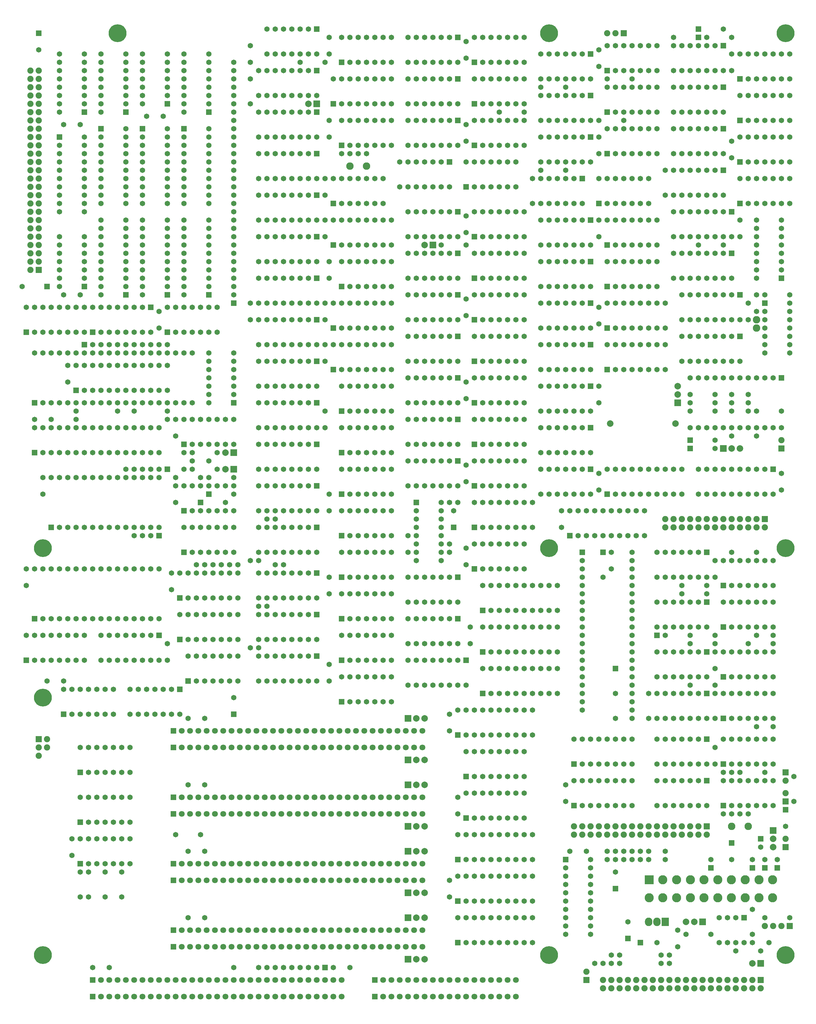
<source format=gbs>
G04*
G04  File:            MAINBOARD-V10.6.8.GBS, Wed Sep 24 18:35:48 2025*
G04  Source:          P-CAD 2006 PCB, Version 19.02.958, (D:\PCAD-2006\Projects\Pentagon-4096\Hardware\MainBoard-v10.6.8.PCB)*
G04  Format:          Gerber Format (RS-274-D), ASCII*
G04*
G04  Format Options:  Absolute Positioning*
G04                   Leading-Zero Suppression*
G04                   Scale Factor 1:1*
G04                   NO Circular Interpolation*
G04                   Inch Units*
G04                   Numeric Format: 4.4 (XXXX.XXXX)*
G04                   G54 NOT Used for Aperture Change*
G04                   Apertures Embedded*
G04*
G04  File Options:    Offset = (0.0mil,0.0mil)*
G04                   Drill Symbol Size = 80.0mil*
G04                   No Pad/Via Holes*
G04*
G04  File Contents:   Pads*
G04                   No Vias*
G04                   No Designators*
G04                   No Types*
G04                   No Values*
G04                   No Drill Symbols*
G04                   Bot Mask*
G04*
%INMAINBOARD-V10.6.8.GBS*%
%ICAS*%
%MOIN*%
G04*
G04  Aperture MACROs for general use --- invoked via D-code assignment *
G04*
G04  General MACRO for flashed round with rotation and/or offset hole *
%AMROTOFFROUND*
1,1,$1,0.0000,0.0000*
1,0,$2,$3,$4*%
G04*
G04  General MACRO for flashed oval (obround) with rotation and/or offset hole *
%AMROTOFFOVAL*
21,1,$1,$2,0.0000,0.0000,$3*
1,1,$4,$5,$6*
1,1,$4,0-$5,0-$6*
1,0,$7,$8,$9*%
G04*
G04  General MACRO for flashed oval (obround) with rotation and no hole *
%AMROTOVALNOHOLE*
21,1,$1,$2,0.0000,0.0000,$3*
1,1,$4,$5,$6*
1,1,$4,0-$5,0-$6*%
G04*
G04  General MACRO for flashed rectangle with rotation and/or offset hole *
%AMROTOFFRECT*
21,1,$1,$2,0.0000,0.0000,$3*
1,0,$4,$5,$6*%
G04*
G04  General MACRO for flashed rectangle with rotation and no hole *
%AMROTRECTNOHOLE*
21,1,$1,$2,0.0000,0.0000,$3*%
G04*
G04  General MACRO for flashed rounded-rectangle *
%AMROUNDRECT*
21,1,$1,$2-$4,0.0000,0.0000,$3*
21,1,$1-$4,$2,0.0000,0.0000,$3*
1,1,$4,$5,$6*
1,1,$4,$7,$8*
1,1,$4,0-$5,0-$6*
1,1,$4,0-$7,0-$8*
1,0,$9,$10,$11*%
G04*
G04  General MACRO for flashed rounded-rectangle with rotation and no hole *
%AMROUNDRECTNOHOLE*
21,1,$1,$2-$4,0.0000,0.0000,$3*
21,1,$1-$4,$2,0.0000,0.0000,$3*
1,1,$4,$5,$6*
1,1,$4,$7,$8*
1,1,$4,0-$5,0-$6*
1,1,$4,0-$7,0-$8*%
G04*
G04  General MACRO for flashed regular polygon *
%AMREGPOLY*
5,1,$1,0.0000,0.0000,$2,$3+$4*
1,0,$5,$6,$7*%
G04*
G04  General MACRO for flashed regular polygon with no hole *
%AMREGPOLYNOHOLE*
5,1,$1,0.0000,0.0000,$2,$3+$4*%
G04*
G04  General MACRO for target *
%AMTARGET*
6,0,0,$1,$2,$3,4,$4,$5,$6*%
G04*
G04  General MACRO for mounting hole *
%AMMTHOLE*
1,1,$1,0,0*
1,0,$2,0,0*
$1=$1-$2*
$1=$1/2*
21,1,$2+$1,$3,0,0,$4*
21,1,$3,$2+$1,0,0,$4*%
G04*
G04*
G04  D10 : "Ellipse X8.0mil Y8.0mil H0.0mil 0.0deg (0.0mil,0.0mil) Draw"*
G04  Disc: OuterDia=0.0080*
%ADD10C, 0.0080*%
G04  D11 : "Ellipse X10.0mil Y10.0mil H0.0mil 0.0deg (0.0mil,0.0mil) Draw"*
G04  Disc: OuterDia=0.0100*
%ADD11C, 0.0100*%
G04  D12 : "Ellipse X15.0mil Y15.0mil H0.0mil 0.0deg (0.0mil,0.0mil) Draw"*
G04  Disc: OuterDia=0.0150*
%ADD12C, 0.0150*%
G04  D13 : "Ellipse X25.0mil Y25.0mil H0.0mil 0.0deg (0.0mil,0.0mil) Draw"*
G04  Disc: OuterDia=0.0250*
%ADD13C, 0.0250*%
G04  D14 : "Ellipse X30.0mil Y30.0mil H0.0mil 0.0deg (0.0mil,0.0mil) Draw"*
G04  Disc: OuterDia=0.0300*
%ADD14C, 0.0300*%
G04  D15 : "Ellipse X40.0mil Y40.0mil H0.0mil 0.0deg (0.0mil,0.0mil) Draw"*
G04  Disc: OuterDia=0.0400*
%ADD15C, 0.0400*%
G04  D16 : "Ellipse X5.0mil Y5.0mil H0.0mil 0.0deg (0.0mil,0.0mil) Draw"*
G04  Disc: OuterDia=0.0050*
%ADD16C, 0.0050*%
G04  D17 : "Ellipse X6.0mil Y6.0mil H0.0mil 0.0deg (0.0mil,0.0mil) Draw"*
G04  Disc: OuterDia=0.0060*
%ADD17C, 0.0060*%
G04  D18 : "Ellipse X9.8mil Y9.8mil H0.0mil 0.0deg (0.0mil,0.0mil) Draw"*
G04  Disc: OuterDia=0.0098*
%ADD18C, 0.0098*%
G04  D19 : "Ellipse X110.0mil Y110.0mil H0.0mil 0.0deg (0.0mil,0.0mil) Flash"*
G04  Disc: OuterDia=0.1100*
%ADD19C, 0.1100*%
G04  D20 : "Ellipse X200.0mil Y200.0mil H0.0mil 0.0deg (0.0mil,0.0mil) Flash"*
G04  Disc: OuterDia=0.2000*
%ADD20C, 0.2000*%
G04  D21 : "Ellipse X215.0mil Y215.0mil H0.0mil 0.0deg (0.0mil,0.0mil) Flash"*
G04  Disc: OuterDia=0.2150*
%ADD21C, 0.2150*%
G04  D22 : "Ellipse X50.0mil Y50.0mil H0.0mil 0.0deg (0.0mil,0.0mil) Flash"*
G04  Disc: OuterDia=0.0500*
%ADD22C, 0.0500*%
G04  D23 : "Ellipse X56.0mil Y56.0mil H0.0mil 0.0deg (0.0mil,0.0mil) Flash"*
G04  Disc: OuterDia=0.0560*
%ADD23C, 0.0560*%
G04  D24 : "Ellipse X60.0mil Y60.0mil H0.0mil 0.0deg (0.0mil,0.0mil) Flash"*
G04  Disc: OuterDia=0.0600*
%ADD24C, 0.0600*%
G04  D25 : "Ellipse X64.0mil Y64.0mil H0.0mil 0.0deg (0.0mil,0.0mil) Flash"*
G04  Disc: OuterDia=0.0640*
%ADD25C, 0.0640*%
G04  D26 : "Ellipse X65.0mil Y65.0mil H0.0mil 0.0deg (0.0mil,0.0mil) Flash"*
G04  Disc: OuterDia=0.0650*
%ADD26C, 0.0650*%
G04  D27 : "Ellipse X71.0mil Y71.0mil H0.0mil 0.0deg (0.0mil,0.0mil) Flash"*
G04  Disc: OuterDia=0.0710*
%ADD27C, 0.0710*%
G04  D28 : "Ellipse X75.0mil Y75.0mil H0.0mil 0.0deg (0.0mil,0.0mil) Flash"*
G04  Disc: OuterDia=0.0750*
%ADD28C, 0.0750*%
G04  D29 : "Ellipse X79.0mil Y79.0mil H0.0mil 0.0deg (0.0mil,0.0mil) Flash"*
G04  Disc: OuterDia=0.0790*
%ADD29C, 0.0790*%
G04  D30 : "Ellipse X90.0mil Y90.0mil H0.0mil 0.0deg (0.0mil,0.0mil) Flash"*
G04  Disc: OuterDia=0.0900*
%ADD30C, 0.0900*%
G04  D31 : "Ellipse X95.0mil Y95.0mil H0.0mil 0.0deg (0.0mil,0.0mil) Flash"*
G04  Disc: OuterDia=0.0950*
%ADD31C, 0.0950*%
G04  D32 : "Oval X75.0mil Y87.0mil H0.0mil 0.0deg (0.0mil,0.0mil) Flash"*
G04  Obround: DimX=0.0750, DimY=0.0870, Rotation=0.0, OffsetX=0.0000, OffsetY=0.0000, HoleDia=0.0000 *
%ADD32O, 0.0750 X0.0870*%
G04  D33 : "Oval X90.0mil Y102.0mil H0.0mil 0.0deg (0.0mil,0.0mil) Flash"*
G04  Obround: DimX=0.0900, DimY=0.1020, Rotation=0.0, OffsetX=0.0000, OffsetY=0.0000, HoleDia=0.0000 *
%ADD33O, 0.0900 X0.1020*%
G04  D34 : "Rectangle X110.0mil Y110.0mil H0.0mil 0.0deg (0.0mil,0.0mil) Flash"*
G04  Square: Side=0.1100, Rotation=0.0, OffsetX=0.0000, OffsetY=0.0000, HoleDia=0.0000*
%ADD34R, 0.1100 X0.1100*%
G04  D35 : "Rectangle X50.0mil Y50.0mil H0.0mil 0.0deg (0.0mil,0.0mil) Flash"*
G04  Square: Side=0.0500, Rotation=0.0, OffsetX=0.0000, OffsetY=0.0000, HoleDia=0.0000*
%ADD35R, 0.0500 X0.0500*%
G04  D36 : "Rectangle X56.0mil Y56.0mil H0.0mil 0.0deg (0.0mil,0.0mil) Flash"*
G04  Square: Side=0.0560, Rotation=0.0, OffsetX=0.0000, OffsetY=0.0000, HoleDia=0.0000*
%ADD36R, 0.0560 X0.0560*%
G04  D37 : "Rectangle X60.0mil Y60.0mil H0.0mil 0.0deg (0.0mil,0.0mil) Flash"*
G04  Square: Side=0.0600, Rotation=0.0, OffsetX=0.0000, OffsetY=0.0000, HoleDia=0.0000*
%ADD37R, 0.0600 X0.0600*%
G04  D38 : "Rectangle X64.0mil Y64.0mil H0.0mil 0.0deg (0.0mil,0.0mil) Flash"*
G04  Square: Side=0.0640, Rotation=0.0, OffsetX=0.0000, OffsetY=0.0000, HoleDia=0.0000*
%ADD38R, 0.0640 X0.0640*%
G04  D39 : "Rectangle X65.0mil Y65.0mil H0.0mil 0.0deg (0.0mil,0.0mil) Flash"*
G04  Square: Side=0.0650, Rotation=0.0, OffsetX=0.0000, OffsetY=0.0000, HoleDia=0.0000*
%ADD39R, 0.0650 X0.0650*%
G04  D40 : "Rectangle X71.0mil Y71.0mil H0.0mil 0.0deg (0.0mil,0.0mil) Flash"*
G04  Square: Side=0.0710, Rotation=0.0, OffsetX=0.0000, OffsetY=0.0000, HoleDia=0.0000*
%ADD40R, 0.0710 X0.0710*%
G04  D41 : "Rectangle X75.0mil Y75.0mil H0.0mil 0.0deg (0.0mil,0.0mil) Flash"*
G04  Square: Side=0.0750, Rotation=0.0, OffsetX=0.0000, OffsetY=0.0000, HoleDia=0.0000*
%ADD41R, 0.0750 X0.0750*%
G04  D42 : "Rectangle X75.0mil Y87.0mil H0.0mil 0.0deg (0.0mil,0.0mil) Flash"*
G04  Rectangular: DimX=0.0750, DimY=0.0870, Rotation=0.0, OffsetX=0.0000, OffsetY=0.0000, HoleDia=0.0000 *
%ADD42R, 0.0750 X0.0870*%
G04  D43 : "Rectangle X79.0mil Y79.0mil H0.0mil 0.0deg (0.0mil,0.0mil) Flash"*
G04  Square: Side=0.0790, Rotation=0.0, OffsetX=0.0000, OffsetY=0.0000, HoleDia=0.0000*
%ADD43R, 0.0790 X0.0790*%
G04  D44 : "Rectangle X90.0mil Y102.0mil H0.0mil 0.0deg (0.0mil,0.0mil) Flash"*
G04  Rectangular: DimX=0.0900, DimY=0.1020, Rotation=0.0, OffsetX=0.0000, OffsetY=0.0000, HoleDia=0.0000 *
%ADD44R, 0.0900 X0.1020*%
G04  D45 : "Rectangle X95.0mil Y95.0mil H0.0mil 0.0deg (0.0mil,0.0mil) Flash"*
G04  Square: Side=0.0950, Rotation=0.0, OffsetX=0.0000, OffsetY=0.0000, HoleDia=0.0000*
%ADD45R, 0.0950 X0.0950*%
G04  D46 : "Ellipse X102.0mil Y102.0mil H0.0mil 0.0deg (0.0mil,0.0mil) Flash"*
G04  Disc: OuterDia=0.1020*
%ADD46C, 0.1020*%
G04  D47 : "Ellipse X118.0mil Y118.0mil H0.0mil 0.0deg (0.0mil,0.0mil) Flash"*
G04  Disc: OuterDia=0.1180*
%ADD47C, 0.1180*%
G04  D48 : "Ellipse X133.0mil Y133.0mil H0.0mil 0.0deg (0.0mil,0.0mil) Flash"*
G04  Disc: OuterDia=0.1330*
%ADD48C, 0.1330*%
G04  D49 : "Ellipse X20.0mil Y20.0mil H0.0mil 0.0deg (0.0mil,0.0mil) Flash"*
G04  Disc: OuterDia=0.0200*
%ADD49C, 0.0200*%
G04  D50 : "Ellipse X35.0mil Y35.0mil H0.0mil 0.0deg (0.0mil,0.0mil) Flash"*
G04  Disc: OuterDia=0.0350*
%ADD50C, 0.0350*%
G04  D51 : "Ellipse X55.0mil Y55.0mil H0.0mil 0.0deg (0.0mil,0.0mil) Flash"*
G04  Disc: OuterDia=0.0550*
%ADD51C, 0.0550*%
G04  D52 : "Ellipse X70.0mil Y70.0mil H0.0mil 0.0deg (0.0mil,0.0mil) Flash"*
G04  Disc: OuterDia=0.0700*
%ADD52C, 0.0700*%
G04  D53 : "Ellipse X87.0mil Y87.0mil H0.0mil 0.0deg (0.0mil,0.0mil) Flash"*
G04  Disc: OuterDia=0.0870*
%ADD53C, 0.0870*%
G04*
%FSLAX44Y44*%
%SFA1B1*%
%OFA0.0000B0.0000*%
G04*
G70*
G90*
G01*
D2*
%LNBot Mask*%
D26*
X154000Y123500D3*
Y125500D3*
X155000Y153500D3*
Y155500D3*
Y183500D3*
Y185500D3*
Y204500D3*
Y206500D3*
D21*
X193500Y106500D3*
Y217500D3*
D26*
X104000Y162000D3*
Y164000D3*
X107000Y175500D3*
Y177500D3*
X109500Y116500D3*
Y113500D3*
X108500Y116500D3*
Y113500D3*
X111500Y116500D3*
Y113500D3*
X119000Y144000D3*
Y142000D3*
X118000Y177500D3*
Y174500D3*
X119000Y172000D3*
Y171000D3*
Y177500D3*
Y174500D3*
X118000Y184000D3*
Y182000D3*
X121000Y167000D3*
Y165000D3*
X127500Y153500D3*
X126500D3*
X138500Y141500D3*
Y139500D3*
Y152000D3*
Y150000D3*
Y162000D3*
Y160000D3*
Y188000D3*
Y190000D3*
Y215000D3*
Y217000D3*
X148000Y155000D3*
Y157000D3*
X155000Y163500D3*
Y165500D3*
Y173500D3*
Y175500D3*
Y214500D3*
Y216500D3*
X167000Y125000D3*
Y127000D3*
X166500Y158000D3*
Y160000D3*
X172500Y105500D3*
Y106500D3*
X173000Y118000D3*
Y119000D3*
X172000D3*
Y118000D3*
D39*
X173000Y141000D3*
D26*
Y138000D3*
X172500Y155000D3*
Y153000D3*
X175000Y118000D3*
Y119000D3*
X176000Y118000D3*
Y119000D3*
X178500Y105500D3*
Y106500D3*
D39*
X184500Y117000D3*
D26*
Y118000D3*
X185000Y131500D3*
Y129500D3*
Y141000D3*
Y143000D3*
Y135000D3*
Y138000D3*
Y152000D3*
Y154000D3*
X187000Y202500D3*
Y204500D3*
Y213000D3*
Y215000D3*
D39*
X191000Y117000D3*
D26*
Y118000D3*
D39*
X190500Y120500D3*
D26*
Y119500D3*
X190000Y186000D3*
Y184000D3*
D39*
X193500Y124000D3*
D26*
Y122000D3*
D41*
Y128500D3*
D28*
Y127500D3*
D21*
Y155500D3*
D26*
X193000Y164500D3*
Y162500D3*
D39*
X110000Y181500D3*
D26*
Y184500D3*
X138500Y205000D3*
Y207000D3*
X155000Y193500D3*
Y195500D3*
X180500Y109500D3*
Y107500D3*
X188000Y195000D3*
Y193000D3*
X189500Y109000D3*
Y112000D3*
D41*
X193500Y119500D3*
D28*
Y120500D3*
D21*
X104000Y106500D3*
D26*
X104500Y139500D3*
X106500D3*
X119500Y150500D3*
Y152500D3*
X115000Y172000D3*
X113000D3*
X118500Y207500D3*
X116500D3*
D21*
X113000Y217500D3*
D26*
X131000Y148500D3*
X130000D3*
X124000Y164000D3*
X127000D3*
X122000Y166000D3*
X124000D3*
X122000Y167000D3*
X125000D3*
X142000Y203000D3*
X143000D3*
X140000D3*
X141000D3*
X135000Y214000D3*
X138000D3*
D29*
X150000Y119000D3*
D43*
X148000D3*
D29*
X149000D3*
X150000Y122000D3*
D43*
X148000D3*
D29*
X149000D3*
X150000Y127000D3*
D43*
X148000D3*
D29*
X149000D3*
X150000Y130000D3*
D43*
X148000D3*
D29*
X149000D3*
D21*
X165000Y106500D3*
D26*
X162000Y208000D3*
X159000D3*
X167000Y211000D3*
X164000D3*
D21*
X165000Y217500D3*
D39*
X174500Y108500D3*
D26*
Y110500D3*
D39*
X173000Y114500D3*
D26*
Y116500D3*
X179000Y119000D3*
Y118000D3*
D39*
X178000Y145000D3*
D26*
X179000D3*
X171000Y162500D3*
Y164500D3*
X172000Y212000D3*
X175000D3*
X171000Y213500D3*
Y215500D3*
X187500Y107000D3*
X190500D3*
D30*
X187000Y122000D3*
X189000D3*
D26*
X190000Y134000D3*
X192000D3*
X185000Y139000D3*
X182000D3*
X192000Y145000D3*
X190000D3*
X185000D3*
X182000D3*
X190000Y155000D3*
X187000D3*
Y169000D3*
X190000D3*
X187000Y172000D3*
X189000D3*
Y173000D3*
X187000D3*
X182000D3*
X185000D3*
Y172000D3*
X182000D3*
X187000Y217000D3*
X184000D3*
X107500Y118500D3*
Y120500D3*
D21*
X104000Y137500D3*
D26*
X102000Y151000D3*
Y153000D3*
D21*
X104000Y155500D3*
D26*
X105000Y171000D3*
X103000D3*
X108000Y172000D3*
Y171000D3*
X108500Y186000D3*
X106500D3*
D39*
X104500Y187000D3*
D26*
X101500D3*
X108500Y206500D3*
X106500D3*
X110000Y105000D3*
X112000D3*
X113500Y116500D3*
Y113500D3*
X116500Y138500D3*
X115500D3*
X118500D3*
X119500D3*
X115500Y135500D3*
X116500D3*
X119500D3*
X118500D3*
X117500Y138500D3*
X114500D3*
D39*
X120500D3*
D26*
X114500Y135500D3*
X117500D3*
X120500D3*
X120000Y161000D3*
Y163000D3*
X115000Y165000D3*
X114000D3*
X117000D3*
X118000D3*
X116000D3*
D39*
X119000D3*
D26*
Y180000D3*
X118000D3*
X114000Y215000D3*
Y212000D3*
Y213000D3*
Y210000D3*
Y209000D3*
X111000Y215000D3*
Y213000D3*
Y212000D3*
Y209000D3*
Y210000D3*
X114000Y211000D3*
Y214000D3*
D39*
Y208000D3*
D26*
X111000Y214000D3*
Y211000D3*
Y208000D3*
X119000Y213000D3*
Y214000D3*
Y211000D3*
Y210000D3*
X116000Y214000D3*
Y213000D3*
Y210000D3*
Y211000D3*
X119000Y212000D3*
Y215000D3*
D39*
Y209000D3*
D26*
X116000Y215000D3*
Y212000D3*
Y209000D3*
X130000Y105000D3*
X127000D3*
D39*
Y135500D3*
D26*
Y137500D3*
X130000Y143500D3*
X129000D3*
X123500Y153500D3*
X122500D3*
X125500D3*
X124500D3*
X130000Y154000D3*
X129000D3*
D29*
X126000Y167000D3*
D43*
X127000D3*
D29*
X126000Y165000D3*
D43*
X127000D3*
D26*
X122000D3*
X125000D3*
D39*
X124000Y162000D3*
D26*
X127000D3*
Y177000D3*
Y178000D3*
Y175000D3*
Y174000D3*
X124000Y178000D3*
Y177000D3*
Y174000D3*
Y175000D3*
X127000Y176000D3*
Y179000D3*
D39*
Y173000D3*
D26*
X124000Y179000D3*
Y176000D3*
Y173000D3*
X129000Y183000D3*
Y185000D3*
Y216000D3*
Y214000D3*
Y209000D3*
Y212000D3*
X141000Y105000D3*
X139000D3*
X138000Y178000D3*
Y180000D3*
Y172000D3*
Y170000D3*
Y183000D3*
Y185000D3*
D30*
X141000Y201500D3*
X143000D3*
D26*
X138000Y198000D3*
Y200000D3*
X153000Y113500D3*
Y115500D3*
X148000Y142000D3*
X151000D3*
X150000D3*
X153000D3*
X154000D3*
X148000Y139000D3*
X150000D3*
X151000D3*
X153000D3*
X154000D3*
X152000Y142000D3*
X149000D3*
D39*
X155000D3*
D26*
X149000Y139000D3*
X152000D3*
X155000D3*
D29*
X150000Y135000D3*
D43*
X148000D3*
D29*
X149000D3*
D26*
X150000Y152000D3*
X149000D3*
X152000D3*
X153000D3*
X149000Y149000D3*
X150000D3*
X153000D3*
X152000D3*
X151000Y152000D3*
X148000D3*
D39*
X154000D3*
D26*
X148000Y149000D3*
X151000D3*
X154000D3*
X153000Y155000D3*
Y156000D3*
D39*
X153500Y158000D3*
D26*
Y160000D3*
X154000Y161000D3*
X153000D3*
X150000Y166000D3*
X149000D3*
X152000D3*
X153000D3*
X149000Y163000D3*
X150000D3*
X153000D3*
X152000D3*
X151000Y166000D3*
X148000D3*
D39*
X154000D3*
D26*
X148000Y163000D3*
X151000D3*
X154000D3*
X150000Y176000D3*
X149000D3*
X152000D3*
X153000D3*
X149000Y173000D3*
X150000D3*
X153000D3*
X152000D3*
X151000Y176000D3*
X148000D3*
D39*
X154000D3*
D26*
X148000Y173000D3*
X151000D3*
X154000D3*
X152000Y192000D3*
X155000D3*
X150000Y186000D3*
X149000D3*
X152000D3*
X153000D3*
X149000Y183000D3*
X150000D3*
X153000D3*
X152000D3*
X151000Y186000D3*
X148000D3*
D39*
X154000D3*
D26*
X148000Y183000D3*
X151000D3*
X154000D3*
X150000Y191000D3*
X149000D3*
X152000D3*
X153000D3*
X149000Y188000D3*
X150000D3*
X153000D3*
X152000D3*
X151000Y191000D3*
X148000D3*
D39*
X154000D3*
D26*
X148000Y188000D3*
X151000D3*
X154000D3*
X149000Y202000D3*
X148000D3*
X151000D3*
X152000D3*
X148000Y199000D3*
X149000D3*
X152000D3*
X151000D3*
X150000Y202000D3*
X147000D3*
D39*
X153000D3*
D26*
X147000Y199000D3*
X150000D3*
X153000D3*
X150000Y212000D3*
X149000D3*
X152000D3*
X153000D3*
X149000Y209000D3*
X150000D3*
X153000D3*
X152000D3*
X151000Y212000D3*
X148000D3*
D39*
X154000D3*
D26*
X148000Y209000D3*
X151000D3*
X154000D3*
D21*
X165000Y155500D3*
D26*
X164000Y201000D3*
X167000D3*
D39*
X176000Y108000D3*
D26*
X178000D3*
X170500Y105500D3*
X171500D3*
X173500D3*
Y106500D3*
X179500Y105500D3*
Y106500D3*
X174000Y119000D3*
Y118000D3*
X177000D3*
Y119000D3*
X173000Y135000D3*
X175000D3*
D39*
X171500Y155000D3*
D26*
Y152000D3*
X171000Y173000D3*
Y175000D3*
X179000Y177000D3*
X176000D3*
X177000D3*
X174000D3*
X173000D3*
X179000Y180000D3*
X177000D3*
X176000D3*
X173000D3*
X174000D3*
X175000Y177000D3*
X178000D3*
D39*
X172000D3*
D26*
X178000Y180000D3*
X175000D3*
X172000D3*
D29*
X180500Y174000D3*
Y175000D3*
D43*
Y173000D3*
D26*
X179000Y182000D3*
X176000D3*
X177000D3*
X174000D3*
X173000D3*
X179000Y185000D3*
X177000D3*
X176000D3*
X173000D3*
X174000D3*
X175000Y182000D3*
X178000D3*
D39*
X172000D3*
D26*
X178000Y185000D3*
X175000D3*
X172000D3*
X176000Y187000D3*
X177000D3*
X174000D3*
X173000D3*
X177000Y190000D3*
X176000D3*
X173000D3*
X174000D3*
X175000Y187000D3*
X178000D3*
D39*
X172000D3*
D26*
X178000Y190000D3*
X175000D3*
X172000D3*
X171000Y182500D3*
Y184500D3*
Y203000D3*
Y205000D3*
X175000Y197000D3*
X176000D3*
X173000D3*
X172000D3*
X176000Y200000D3*
X175000D3*
X172000D3*
X173000D3*
X174000Y197000D3*
X177000D3*
D39*
X171000D3*
D26*
X177000Y200000D3*
X174000D3*
X171000D3*
X176000Y208000D3*
X177000D3*
X174000D3*
X173000D3*
X177000Y211000D3*
X176000D3*
X173000D3*
X174000D3*
X175000Y208000D3*
X178000D3*
D39*
X172000D3*
D26*
X178000Y211000D3*
X175000D3*
X172000D3*
X176000Y213000D3*
X177000D3*
X174000D3*
X173000D3*
X177000Y216000D3*
X176000D3*
X173000D3*
X174000D3*
X175000Y213000D3*
X178000D3*
D39*
X172000D3*
D26*
X178000Y216000D3*
X175000D3*
X172000D3*
X171000Y207000D3*
X174000D3*
X191500Y108000D3*
X189500D3*
D29*
Y105500D3*
D43*
X190500D3*
D39*
X187000Y120000D3*
D26*
Y118000D3*
D39*
X189500Y117000D3*
D26*
Y118000D3*
D39*
X192500Y117000D3*
D26*
Y118000D3*
X190000Y129500D3*
X191000D3*
X188000D3*
X187000D3*
X191000Y132500D3*
X190000D3*
X187000D3*
X188000D3*
X189000Y129500D3*
X192000D3*
D39*
X186000D3*
D26*
X192000Y132500D3*
X189000D3*
X186000D3*
X190000Y124500D3*
X191000D3*
X188000D3*
X187000D3*
X191000Y127500D3*
X190000D3*
X187000D3*
X188000D3*
X189000Y124500D3*
X192000D3*
D39*
X186000D3*
D26*
X192000Y127500D3*
X189000D3*
X186000D3*
Y123500D3*
X187000D3*
X188000D3*
X189000D3*
X191000Y128500D3*
X188000D3*
X187000D3*
X186000D3*
X190000Y140000D3*
X191000D3*
X188000D3*
X187000D3*
X191000Y143000D3*
X190000D3*
X187000D3*
X188000D3*
X189000Y140000D3*
X192000D3*
D39*
X186000D3*
D26*
X192000Y143000D3*
X189000D3*
X186000D3*
X190000Y135000D3*
X191000D3*
X188000D3*
X187000D3*
X191000Y138000D3*
X190000D3*
X187000D3*
X188000D3*
X189000Y135000D3*
X192000D3*
D39*
X186000D3*
D26*
X192000Y138000D3*
X189000D3*
X186000D3*
X192000Y144000D3*
X189000D3*
X185000D3*
X182000D3*
X190000Y151000D3*
X191000D3*
X188000D3*
X187000D3*
X191000Y154000D3*
X190000D3*
X187000D3*
X188000D3*
X189000Y151000D3*
X192000D3*
D39*
X186000D3*
D26*
X192000Y154000D3*
X189000D3*
X186000D3*
X190000Y146000D3*
X191000D3*
X188000D3*
X187000D3*
X191000Y149000D3*
X190000D3*
X187000D3*
X188000D3*
X189000Y146000D3*
X192000D3*
D39*
X186000D3*
D26*
X192000Y149000D3*
X189000D3*
X186000D3*
X184000Y165000D3*
X183000D3*
X187000D3*
X186000D3*
X190000D3*
X189000D3*
D39*
X192000D3*
D26*
X184000Y162000D3*
X183000D3*
X187000D3*
X186000D3*
X190000D3*
X189000D3*
X192000D3*
X185000Y165000D3*
X188000D3*
X191000D3*
X185000Y162000D3*
X188000D3*
X191000D3*
D39*
X182000Y167500D3*
D26*
X185000D3*
D29*
X188000D3*
D43*
X186000D3*
D29*
X187000D3*
D26*
X189000Y174000D3*
X187000D3*
X185000D3*
X182000D3*
X189000Y185000D3*
Y183000D3*
X183000Y192000D3*
X186000D3*
X194500Y125000D3*
Y128000D3*
D28*
X104500Y132500D3*
Y131500D3*
X103500Y130500D3*
D41*
Y132500D3*
D28*
Y131500D3*
D39*
Y217500D3*
D26*
Y215500D3*
X111000Y145000D3*
X114000D3*
X113000D3*
X116000D3*
X117000D3*
X111000Y142000D3*
X113000D3*
X114000D3*
X116000D3*
X117000D3*
X115000Y145000D3*
X112000D3*
D39*
X118000D3*
D26*
X112000Y142000D3*
X115000D3*
X118000D3*
X114000Y194000D3*
Y195000D3*
Y191000D3*
Y192000D3*
Y188000D3*
Y189000D3*
D39*
Y186000D3*
D26*
X111000Y194000D3*
Y195000D3*
Y191000D3*
Y192000D3*
Y188000D3*
Y189000D3*
Y186000D3*
X114000Y193000D3*
Y190000D3*
Y187000D3*
X111000Y193000D3*
Y190000D3*
Y187000D3*
X119000Y194000D3*
Y195000D3*
Y191000D3*
Y192000D3*
Y188000D3*
Y189000D3*
D39*
Y186000D3*
D26*
X116000Y194000D3*
Y195000D3*
Y191000D3*
Y192000D3*
Y188000D3*
Y189000D3*
Y186000D3*
X119000Y193000D3*
Y190000D3*
Y187000D3*
X116000Y193000D3*
Y190000D3*
Y187000D3*
X120000Y169000D3*
Y171000D3*
X113000Y184500D3*
X112000D3*
X115000D3*
X116000D3*
X112000Y181500D3*
X113000D3*
X116000D3*
X115000D3*
X114000Y184500D3*
X111000D3*
D39*
X117000D3*
D26*
X111000Y181500D3*
X114000D3*
X117000D3*
Y157000D3*
X116000D3*
D39*
X118000D3*
D26*
X115000D3*
X138000Y193000D3*
Y195000D3*
X153000Y133500D3*
Y135500D3*
X150000Y147000D3*
X149000D3*
X152000D3*
X153000D3*
X149000Y144000D3*
X150000D3*
X153000D3*
X152000D3*
X151000Y147000D3*
X148000D3*
D39*
X154000D3*
D26*
X148000Y144000D3*
X151000D3*
X154000D3*
X155500Y146000D3*
Y144000D3*
X149000Y154000D3*
Y157000D3*
Y156000D3*
Y159000D3*
Y160000D3*
X152000Y154000D3*
Y156000D3*
Y157000D3*
Y160000D3*
Y159000D3*
X149000Y158000D3*
Y155000D3*
D39*
Y161000D3*
D26*
X152000Y155000D3*
Y158000D3*
Y161000D3*
X150000Y196000D3*
X149000D3*
X152000D3*
X153000D3*
X149000Y193000D3*
X150000D3*
X153000D3*
X152000D3*
X151000Y196000D3*
X148000D3*
D39*
X154000D3*
D26*
X148000Y193000D3*
X151000D3*
X154000D3*
X150000Y171000D3*
X149000D3*
X152000D3*
X153000D3*
X149000Y168000D3*
X150000D3*
X153000D3*
X152000D3*
X151000Y171000D3*
X148000D3*
D39*
X154000D3*
D26*
X148000Y168000D3*
X151000D3*
X154000D3*
X150000Y181000D3*
X149000D3*
X152000D3*
X153000D3*
X149000Y178000D3*
X150000D3*
X153000D3*
X152000D3*
X151000Y181000D3*
X148000D3*
D39*
X154000D3*
D26*
X148000Y178000D3*
X151000D3*
X154000D3*
D29*
X150000Y192000D3*
D43*
X151000D3*
D26*
X150000Y217000D3*
X149000D3*
X152000D3*
X153000D3*
X149000Y214000D3*
X150000D3*
X153000D3*
X152000D3*
X151000Y217000D3*
X148000D3*
D39*
X154000D3*
D26*
X148000Y214000D3*
X151000D3*
X154000D3*
X150000Y207000D3*
X149000D3*
X152000D3*
X153000D3*
X149000Y204000D3*
X150000D3*
X153000D3*
X152000D3*
X151000Y207000D3*
X148000D3*
D39*
X154000D3*
D26*
X148000Y204000D3*
X151000D3*
X154000D3*
D44*
X179000Y110500D3*
D33*
X177000D3*
X178000D3*
D26*
X171000Y193000D3*
Y195000D3*
X176000Y192000D3*
X177000D3*
X174000D3*
X173000D3*
X177000Y195000D3*
X176000D3*
X173000D3*
X174000D3*
X175000Y192000D3*
X178000D3*
D39*
X172000D3*
D26*
X178000Y195000D3*
X175000D3*
X172000D3*
D29*
X180250Y170500D3*
X172375D3*
D26*
X176000Y203000D3*
X177000D3*
X174000D3*
X173000D3*
X177000Y206000D3*
X176000D3*
X173000D3*
X174000D3*
X175000Y203000D3*
X178000D3*
D39*
X172000D3*
D26*
X178000Y206000D3*
X175000D3*
X172000D3*
X186500Y111000D3*
X185500D3*
D39*
X188500D3*
D26*
X186500Y108000D3*
X185500D3*
X188500D3*
X187500Y111000D3*
Y108000D3*
D29*
X192000Y119500D3*
D43*
Y121500D3*
D29*
Y120500D3*
D30*
X190000Y183000D3*
Y182000D3*
D39*
X182000Y168500D3*
D26*
X185000D3*
D39*
X183000Y218000D3*
D26*
X186000D3*
X106000Y197000D3*
Y196000D3*
Y200000D3*
Y199000D3*
Y203000D3*
Y202000D3*
D39*
Y205000D3*
D26*
X109000Y197000D3*
Y196000D3*
Y200000D3*
Y199000D3*
Y203000D3*
Y202000D3*
Y205000D3*
X106000Y198000D3*
Y201000D3*
Y204000D3*
X109000Y198000D3*
Y201000D3*
Y204000D3*
D28*
X102500Y212000D3*
Y213000D3*
Y209000D3*
Y210000D3*
Y206000D3*
Y207000D3*
Y203000D3*
Y204000D3*
Y200000D3*
Y201000D3*
Y197000D3*
Y198000D3*
Y194000D3*
Y195000D3*
Y191000D3*
Y192000D3*
Y189000D3*
Y211000D3*
Y208000D3*
Y205000D3*
Y202000D3*
Y199000D3*
Y196000D3*
Y193000D3*
Y190000D3*
X103500Y212000D3*
Y213000D3*
Y209000D3*
Y210000D3*
Y206000D3*
Y207000D3*
Y203000D3*
Y204000D3*
Y200000D3*
Y201000D3*
Y197000D3*
Y198000D3*
Y194000D3*
Y195000D3*
Y191000D3*
Y192000D3*
D41*
Y189000D3*
D28*
Y211000D3*
Y208000D3*
Y205000D3*
Y202000D3*
Y199000D3*
Y196000D3*
Y193000D3*
Y190000D3*
D26*
X111000Y198000D3*
Y197000D3*
Y201000D3*
Y200000D3*
Y204000D3*
Y203000D3*
D39*
Y206000D3*
D26*
X114000Y198000D3*
Y197000D3*
Y201000D3*
Y200000D3*
Y204000D3*
Y203000D3*
Y206000D3*
X111000Y199000D3*
Y202000D3*
Y205000D3*
X114000Y199000D3*
Y202000D3*
Y205000D3*
X116000Y198000D3*
Y197000D3*
Y201000D3*
Y200000D3*
Y204000D3*
Y203000D3*
D39*
Y206000D3*
D26*
X119000Y198000D3*
Y197000D3*
Y201000D3*
Y200000D3*
Y204000D3*
Y203000D3*
Y206000D3*
X116000Y199000D3*
Y202000D3*
Y205000D3*
X119000Y199000D3*
Y202000D3*
Y205000D3*
X127000Y214000D3*
Y213000D3*
Y211000D3*
Y210000D3*
Y208000D3*
Y207000D3*
Y205000D3*
Y204000D3*
Y202000D3*
Y201000D3*
Y199000D3*
Y198000D3*
Y196000D3*
Y195000D3*
Y193000D3*
Y192000D3*
Y190000D3*
Y189000D3*
Y187000D3*
Y186000D3*
Y212000D3*
Y209000D3*
Y206000D3*
Y203000D3*
Y200000D3*
Y197000D3*
Y194000D3*
Y191000D3*
Y188000D3*
D39*
Y185000D3*
D29*
X150000Y106000D3*
D43*
X148000D3*
D29*
X149000D3*
D26*
X123500Y119000D3*
X121500D3*
X120000Y121000D3*
X123000D3*
X123500Y127000D3*
X121500D3*
D39*
X123000Y161000D3*
D26*
X126000D3*
X123000Y164000D3*
X120000D3*
D29*
X136000Y209000D3*
D43*
X137000D3*
D41*
X194000Y110000D3*
D28*
X193000D3*
X191000D3*
X192000D3*
D26*
X181500Y109000D3*
X184500D3*
X167500Y119000D3*
X169500D3*
X184000Y151000D3*
X181000D3*
X193000Y172000D3*
X190000D3*
D41*
X174000Y217500D3*
D28*
X172000D3*
X173000D3*
D39*
X183000Y217000D3*
D26*
X180000D3*
X131000Y105000D3*
X133000D3*
X134000D3*
X136000D3*
X137000D3*
X132000D3*
X135000D3*
D39*
X138000D3*
D26*
X112500Y117500D3*
X113500D3*
X110500D3*
X109500D3*
X113500Y120500D3*
X112500D3*
X109500D3*
X110500D3*
X111500Y117500D3*
X114500D3*
D39*
X108500D3*
D26*
X114500Y120500D3*
X111500D3*
X108500D3*
X123500Y111000D3*
X121500D3*
D29*
X150000Y114000D3*
D43*
X148000D3*
D29*
X149000D3*
X150000Y111000D3*
D43*
X148000D3*
D29*
X149000D3*
D26*
X112500Y122500D3*
X113500D3*
X110500D3*
X109500D3*
X113500Y125500D3*
X112500D3*
X109500D3*
X110500D3*
X111500Y122500D3*
X114500D3*
D39*
X108500D3*
D26*
X114500Y125500D3*
X111500D3*
X108500D3*
X112500Y128500D3*
X113500D3*
X110500D3*
X109500D3*
X113500Y131500D3*
X112500D3*
X109500D3*
X110500D3*
X111500Y128500D3*
X114500D3*
D39*
X108500D3*
D26*
X114500Y131500D3*
X111500D3*
X108500D3*
X130000Y142500D3*
X133000D3*
X132000D3*
X135000D3*
X136000D3*
X130000Y139500D3*
X132000D3*
X133000D3*
X136000D3*
X135000D3*
X134000Y142500D3*
X131000D3*
D39*
X137000D3*
D26*
X131000Y139500D3*
X134000D3*
X137000D3*
X144000Y142000D3*
X145000D3*
X142000D3*
X141000D3*
X145000Y145000D3*
X144000D3*
X141000D3*
X142000D3*
X143000Y142000D3*
X146000D3*
D39*
X140000D3*
D26*
X146000Y145000D3*
X143000D3*
X140000D3*
X144000Y137000D3*
X145000D3*
X142000D3*
X141000D3*
X145000Y140000D3*
X144000D3*
X141000D3*
X142000D3*
X143000Y137000D3*
X146000D3*
D39*
X140000D3*
D26*
X146000Y140000D3*
X143000D3*
X140000D3*
X125500Y139500D3*
X126500D3*
X123500D3*
X122500D3*
X126500Y142500D3*
X125500D3*
X122500D3*
X123500D3*
X124500Y139500D3*
X127500D3*
D39*
X121500D3*
D26*
X127500Y142500D3*
X124500D3*
X121500D3*
X110500Y135500D3*
X111500D3*
X108500D3*
X107500D3*
X111500Y138500D3*
X110500D3*
X107500D3*
X108500D3*
X109500Y135500D3*
X112500D3*
D39*
X106500D3*
D26*
X112500Y138500D3*
X109500D3*
X106500D3*
X123500Y135000D3*
X121500D3*
X130000Y152500D3*
X133000D3*
X132000D3*
X135000D3*
X136000D3*
X130000Y149500D3*
X132000D3*
X133000D3*
X135000D3*
X136000D3*
X134000Y152500D3*
X131000D3*
D39*
X137000D3*
D26*
X131000Y149500D3*
X134000D3*
X137000D3*
X144000Y147000D3*
X145000D3*
X142000D3*
X141000D3*
X145000Y150000D3*
X144000D3*
X141000D3*
X142000D3*
X143000Y147000D3*
X146000D3*
D39*
X140000D3*
D26*
X146000Y150000D3*
X143000D3*
X140000D3*
X144000Y152000D3*
X145000D3*
X142000D3*
X141000D3*
X145000Y155000D3*
X144000D3*
X141000D3*
X142000D3*
X143000Y152000D3*
X146000D3*
D39*
X140000D3*
D26*
X146000Y155000D3*
X143000D3*
X140000D3*
X127500Y149500D3*
X124500D3*
X125500D3*
X122500D3*
X121500D3*
X127500Y152500D3*
X125500D3*
X124500D3*
X122500D3*
X121500D3*
X123500Y149500D3*
X126500D3*
D39*
X120500D3*
D26*
X126500Y152500D3*
X123500D3*
X120500D3*
X133000Y153500D3*
X132000D3*
X118000Y158000D3*
X116000D3*
X115000D3*
X113000D3*
X112000D3*
X110000D3*
X109000D3*
X107000D3*
X106000D3*
X118000Y164000D3*
X116000D3*
X115000D3*
X113000D3*
X112000D3*
X110000D3*
X109000D3*
X107000D3*
X106000D3*
X117000Y158000D3*
X114000D3*
X111000D3*
X108000D3*
D39*
X105000D3*
D26*
X117000Y164000D3*
X114000D3*
X111000D3*
X105000D3*
X108000D3*
X144000Y162000D3*
X145000D3*
X142000D3*
X141000D3*
X145000Y165000D3*
X144000D3*
X141000D3*
X142000D3*
X143000Y162000D3*
X146000D3*
D39*
X140000D3*
D26*
X146000Y165000D3*
X143000D3*
X140000D3*
X130000Y168000D3*
X133000D3*
X132000D3*
X135000D3*
X136000D3*
X130000Y165000D3*
X132000D3*
X133000D3*
X135000D3*
X136000D3*
X134000Y168000D3*
X131000D3*
D39*
X137000D3*
D26*
X131000Y165000D3*
X134000D3*
X137000D3*
X130000Y163000D3*
X133000D3*
X132000D3*
X135000D3*
X136000D3*
X130000Y160000D3*
X132000D3*
X133000D3*
X135000D3*
X136000D3*
X134000Y163000D3*
X131000D3*
D39*
X137000D3*
D26*
X131000Y160000D3*
X134000D3*
X137000D3*
X125000D3*
X126000D3*
X123000D3*
X122000D3*
X126000Y163000D3*
X125000D3*
X122000D3*
X123000D3*
X124000Y160000D3*
X127000D3*
D39*
X121000D3*
D26*
X127000Y163000D3*
X124000D3*
X121000D3*
X131000Y159000D3*
X132000D3*
X130000Y178000D3*
X133000D3*
X132000D3*
X135000D3*
X136000D3*
X130000Y175000D3*
X132000D3*
X133000D3*
X135000D3*
X136000D3*
X134000Y178000D3*
X131000D3*
D39*
X137000D3*
D26*
X131000Y175000D3*
X134000D3*
X137000D3*
X130000Y173000D3*
X133000D3*
X132000D3*
X135000D3*
X136000D3*
X130000Y170000D3*
X132000D3*
X133000D3*
X135000D3*
X136000D3*
X134000Y173000D3*
X131000D3*
D39*
X137000D3*
D26*
X131000Y170000D3*
X134000D3*
X137000D3*
X116000Y174500D3*
X117000D3*
X113000D3*
X114000D3*
X110000D3*
X111000D3*
D39*
X108000D3*
D26*
X116000Y177500D3*
X117000D3*
X113000D3*
X114000D3*
X110000D3*
X111000D3*
X108000D3*
X115000Y174500D3*
X112000D3*
X109000D3*
X115000Y177500D3*
X112000D3*
X109000D3*
X146000Y177000D3*
X143000D3*
X144000D3*
X141000D3*
X140000D3*
X146000Y180000D3*
X144000D3*
X143000D3*
X141000D3*
X140000D3*
X142000Y177000D3*
X145000D3*
D39*
X139000D3*
D26*
X145000Y180000D3*
X142000D3*
X139000D3*
X144000Y172000D3*
X145000D3*
X142000D3*
X141000D3*
X145000Y175000D3*
X144000D3*
X141000D3*
X142000D3*
X143000Y172000D3*
X146000D3*
D39*
X140000D3*
D26*
X146000Y175000D3*
X143000D3*
X140000D3*
X110000Y180000D3*
X111000D3*
X113000D3*
X114000D3*
X116000D3*
X117000D3*
D39*
X109000D3*
D26*
X112000D3*
X115000D3*
X130000Y188000D3*
X133000D3*
X132000D3*
X135000D3*
X136000D3*
X130000Y185000D3*
X132000D3*
X133000D3*
X135000D3*
X136000D3*
X134000Y188000D3*
X131000D3*
D39*
X137000D3*
D26*
X131000Y185000D3*
X134000D3*
X137000D3*
X146000Y182000D3*
X143000D3*
X144000D3*
X141000D3*
X140000D3*
X146000Y185000D3*
X144000D3*
X143000D3*
X141000D3*
X140000D3*
X142000Y182000D3*
X145000D3*
D39*
X139000D3*
D26*
X145000Y185000D3*
X142000D3*
X139000D3*
X144000Y187000D3*
X145000D3*
X142000D3*
X141000D3*
X145000Y190000D3*
X144000D3*
X141000D3*
X142000D3*
X143000Y187000D3*
X146000D3*
D39*
X140000D3*
D26*
X146000Y190000D3*
X143000D3*
X140000D3*
X130000Y198000D3*
X133000D3*
X132000D3*
X135000D3*
X136000D3*
X130000Y195000D3*
X132000D3*
X133000D3*
X135000D3*
X136000D3*
X134000Y198000D3*
X131000D3*
D39*
X137000D3*
D26*
X131000Y195000D3*
X134000D3*
X137000D3*
X130000Y203000D3*
X133000D3*
X132000D3*
X135000D3*
X136000D3*
X130000Y200000D3*
X132000D3*
X133000D3*
X135000D3*
X136000D3*
X134000Y203000D3*
X131000D3*
D39*
X137000D3*
D26*
X131000Y200000D3*
X134000D3*
X137000D3*
X143000Y197000D3*
X144000D3*
X141000D3*
X140000D3*
X144000Y200000D3*
X143000D3*
X140000D3*
X141000D3*
X142000Y197000D3*
X145000D3*
D39*
X139000D3*
D26*
X145000Y200000D3*
X142000D3*
X139000D3*
X130000Y213000D3*
X133000D3*
X132000D3*
X135000D3*
X136000D3*
X130000Y210000D3*
X132000D3*
X133000D3*
X135000D3*
X136000D3*
X134000Y213000D3*
X131000D3*
D39*
X137000D3*
D26*
X131000Y210000D3*
X134000D3*
X137000D3*
X109000Y215000D3*
Y212000D3*
Y213000D3*
Y210000D3*
Y209000D3*
X106000Y215000D3*
Y213000D3*
Y212000D3*
Y209000D3*
Y210000D3*
X109000Y211000D3*
Y214000D3*
D39*
Y208000D3*
D26*
X106000Y214000D3*
Y211000D3*
Y208000D3*
X124000Y215000D3*
Y212000D3*
Y213000D3*
Y210000D3*
Y209000D3*
X121000Y215000D3*
Y213000D3*
Y212000D3*
Y209000D3*
Y210000D3*
X124000Y211000D3*
Y214000D3*
D39*
Y208000D3*
D26*
X121000Y214000D3*
Y211000D3*
Y208000D3*
X144000Y214000D3*
X145000D3*
X142000D3*
X141000D3*
X145000Y217000D3*
X144000D3*
X141000D3*
X142000D3*
X143000Y214000D3*
X146000D3*
D39*
X140000D3*
D26*
X146000Y217000D3*
X143000D3*
X140000D3*
X146000Y209000D3*
X143000D3*
X144000D3*
X141000D3*
X140000D3*
X146000Y212000D3*
X144000D3*
X143000D3*
X141000D3*
X140000D3*
X142000Y209000D3*
X145000D3*
D39*
X139000D3*
D26*
X145000Y212000D3*
X142000D3*
X139000D3*
D41*
X169500Y103500D3*
D28*
Y104500D3*
X171500Y102500D3*
X174500D3*
X173500D3*
X177500D3*
X176500D3*
X180500D3*
X179500D3*
X183500D3*
X182500D3*
X186500D3*
X185500D3*
X189500D3*
X188500D3*
X172500D3*
X175500D3*
X178500D3*
X181500D3*
X184500D3*
X187500D3*
X190500D3*
X171500Y103500D3*
X174500D3*
X173500D3*
X177500D3*
X176500D3*
X180500D3*
X179500D3*
X183500D3*
X182500D3*
X186500D3*
X185500D3*
X189500D3*
X188500D3*
X172500D3*
X175500D3*
X178500D3*
X181500D3*
X184500D3*
X187500D3*
D41*
X190500D3*
D19*
X177059Y113417D3*
D34*
Y115582D3*
D19*
X180366Y113417D3*
Y115582D3*
X183673Y113417D3*
Y115582D3*
X185326Y113417D3*
Y115582D3*
X188633Y113417D3*
Y115582D3*
X191940Y113417D3*
Y115582D3*
X178712Y113417D3*
X182019D3*
Y115582D3*
X178712D3*
X190287Y113417D3*
X186980D3*
X190287Y115582D3*
X186980D3*
D29*
X182500Y110500D3*
X181500D3*
D43*
X183500D3*
D26*
X162000Y113000D3*
X163000D3*
X159000D3*
X160000D3*
X156000D3*
X157000D3*
D39*
X154000D3*
D26*
X162000Y116000D3*
X163000D3*
X159000D3*
X160000D3*
X156000D3*
X157000D3*
X154000D3*
X161000Y113000D3*
X158000D3*
X155000D3*
X161000Y116000D3*
X158000D3*
X155000D3*
X162000Y118000D3*
X163000D3*
X159000D3*
X160000D3*
X156000D3*
X157000D3*
D39*
X154000D3*
D26*
X162000Y121000D3*
X163000D3*
X159000D3*
X160000D3*
X156000D3*
X157000D3*
X154000D3*
X161000Y118000D3*
X158000D3*
X155000D3*
X161000Y121000D3*
X158000D3*
X155000D3*
X191000Y111000D3*
X194000D3*
X180000Y132500D3*
X179000D3*
X182000D3*
X183000D3*
X179000Y129500D3*
X180000D3*
X183000D3*
X182000D3*
X181000Y132500D3*
X178000D3*
D39*
X184000D3*
D26*
X178000Y129500D3*
X181000D3*
X184000D3*
X180000Y127500D3*
X179000D3*
X182000D3*
X183000D3*
X179000Y124500D3*
X180000D3*
X183000D3*
X182000D3*
X181000Y127500D3*
X178000D3*
D39*
X184000D3*
D26*
X178000Y124500D3*
X181000D3*
X184000D3*
X175000Y129500D3*
X172000D3*
X173000D3*
X170000D3*
X169000D3*
X175000Y132500D3*
X173000D3*
X172000D3*
X170000D3*
X169000D3*
X171000Y129500D3*
X174000D3*
D39*
X168000D3*
D26*
X174000Y132500D3*
X171000D3*
X168000D3*
X175000Y124500D3*
X172000D3*
X173000D3*
X170000D3*
X169000D3*
X175000Y127500D3*
X173000D3*
X172000D3*
X170000D3*
X169000D3*
X171000Y124500D3*
X174000D3*
D39*
X168000D3*
D26*
X174000Y127500D3*
X171000D3*
X168000D3*
D41*
X193500Y125000D3*
D28*
Y126000D3*
D26*
X162000Y128000D3*
X159000D3*
X160000D3*
X157000D3*
X156000D3*
X162000Y131000D3*
X160000D3*
X159000D3*
X157000D3*
X156000D3*
X158000Y128000D3*
X161000D3*
D39*
X155000D3*
D26*
X161000Y131000D3*
X158000D3*
X155000D3*
X162000Y123000D3*
X159000D3*
X160000D3*
X157000D3*
X156000D3*
X162000Y126000D3*
X160000D3*
X159000D3*
X157000D3*
X156000D3*
X158000Y123000D3*
X161000D3*
D39*
X155000D3*
D26*
X161000Y126000D3*
X158000D3*
X155000D3*
X180000Y143000D3*
X179000D3*
X182000D3*
X183000D3*
X179000Y140000D3*
X180000D3*
X183000D3*
X182000D3*
X181000Y143000D3*
X178000D3*
D39*
X184000D3*
D26*
X178000Y140000D3*
X181000D3*
X184000D3*
X177000Y138000D3*
X180000D3*
X179000D3*
X182000D3*
X183000D3*
X177000Y135000D3*
X179000D3*
X180000D3*
X183000D3*
X182000D3*
X181000Y138000D3*
X178000D3*
D39*
X184000D3*
D26*
X178000Y135000D3*
X181000D3*
X184000D3*
X165000Y138000D3*
X166000D3*
X162000D3*
X163000D3*
X159000D3*
X160000D3*
D39*
X157000D3*
D26*
X165000Y141000D3*
X166000D3*
X162000D3*
X163000D3*
X159000D3*
X160000D3*
X157000D3*
X164000Y138000D3*
X161000D3*
X158000D3*
X164000Y141000D3*
X161000D3*
X158000D3*
X180000Y149000D3*
X179000D3*
X182000D3*
X183000D3*
X179000Y146000D3*
X180000D3*
X183000D3*
X182000D3*
X181000Y149000D3*
X178000D3*
D39*
X184000D3*
D26*
X178000Y146000D3*
X181000D3*
X184000D3*
X180000Y155000D3*
X179000D3*
X182000D3*
X183000D3*
X179000Y152000D3*
X180000D3*
X183000D3*
X182000D3*
X181000Y155000D3*
X178000D3*
D39*
X184000D3*
D26*
X178000Y152000D3*
X181000D3*
X184000D3*
X165000Y148000D3*
X166000D3*
X162000D3*
X163000D3*
X159000D3*
X160000D3*
D39*
X157000D3*
D26*
X165000Y151000D3*
X166000D3*
X162000D3*
X163000D3*
X159000D3*
X160000D3*
X157000D3*
X164000Y148000D3*
X161000D3*
X158000D3*
X164000Y151000D3*
X161000D3*
X158000D3*
X160000Y153000D3*
X161000D3*
X158000D3*
X157000D3*
X161000Y156000D3*
X160000D3*
X157000D3*
X158000D3*
X159000Y153000D3*
X162000D3*
D39*
X156000D3*
D26*
X162000Y156000D3*
X159000D3*
X156000D3*
X184000Y150000D3*
X181000D3*
X166000Y165000D3*
X165000D3*
X168000D3*
X169000D3*
X165000Y162000D3*
X166000D3*
X169000D3*
X168000D3*
X167000Y165000D3*
X164000D3*
D39*
X170000D3*
D26*
X164000Y162000D3*
X167000D3*
X170000D3*
X180000D3*
X181000D3*
X177000D3*
X178000D3*
X174000D3*
X175000D3*
D39*
X172000D3*
D26*
X180000Y165000D3*
X181000D3*
X177000D3*
X178000D3*
X174000D3*
X175000D3*
X172000D3*
X179000Y162000D3*
X176000D3*
X173000D3*
X179000Y165000D3*
X176000D3*
X173000D3*
X163000Y158000D3*
X160000D3*
X161000D3*
X158000D3*
X157000D3*
X163000Y161000D3*
X161000D3*
X160000D3*
X157000D3*
X158000D3*
X159000Y158000D3*
X162000D3*
D39*
X156000D3*
D26*
X162000Y161000D3*
X159000D3*
X156000D3*
X160000Y163000D3*
X161000D3*
X158000D3*
X157000D3*
X161000Y166000D3*
X160000D3*
X157000D3*
X158000D3*
X159000Y163000D3*
X162000D3*
D39*
X156000D3*
D26*
X162000Y166000D3*
X159000D3*
X156000D3*
X166000Y180000D3*
X165000D3*
X168000D3*
X169000D3*
X165000Y177000D3*
X166000D3*
X169000D3*
X168000D3*
X167000Y180000D3*
X164000D3*
D39*
X170000D3*
D26*
X164000Y177000D3*
X167000D3*
X170000D3*
X166000Y175000D3*
X165000D3*
X168000D3*
X169000D3*
X165000Y172000D3*
X166000D3*
X169000D3*
X168000D3*
X167000Y175000D3*
X164000D3*
D39*
X170000D3*
D26*
X164000Y172000D3*
X167000D3*
X170000D3*
X183000Y176000D3*
X184000D3*
X186000D3*
X187000D3*
X189000D3*
X190000D3*
X192000D3*
D39*
X193000D3*
D26*
X183000Y170000D3*
X184000D3*
X186000D3*
X187000D3*
X190000D3*
X189000D3*
X192000D3*
X193000D3*
X182000Y176000D3*
X185000D3*
X188000D3*
X191000D3*
X182000Y170000D3*
X185000D3*
X188000D3*
X191000D3*
X160000Y173000D3*
X161000D3*
X158000D3*
X157000D3*
X161000Y176000D3*
X160000D3*
X157000D3*
X158000D3*
X159000Y173000D3*
X162000D3*
D39*
X156000D3*
D26*
X162000Y176000D3*
X159000D3*
X156000D3*
X160000Y178000D3*
X161000D3*
X158000D3*
X157000D3*
X161000Y181000D3*
X160000D3*
X157000D3*
X158000D3*
X159000Y178000D3*
X162000D3*
D39*
X156000D3*
D26*
X162000Y181000D3*
X159000D3*
X156000D3*
X166000Y190000D3*
X165000D3*
X168000D3*
X169000D3*
X165000Y187000D3*
X166000D3*
X169000D3*
X168000D3*
X167000Y190000D3*
X164000D3*
D39*
X170000D3*
D26*
X164000Y187000D3*
X167000D3*
X170000D3*
X180000Y191000D3*
X183000D3*
X182000D3*
X185000D3*
X186000D3*
X180000Y188000D3*
X182000D3*
X183000D3*
X186000D3*
X185000D3*
X184000Y191000D3*
X181000D3*
D39*
X187000D3*
D26*
X181000Y188000D3*
X184000D3*
X187000D3*
X181000Y186000D3*
X184000D3*
X183000D3*
X186000D3*
X187000D3*
X181000Y183000D3*
X183000D3*
X184000D3*
X187000D3*
X186000D3*
X185000Y186000D3*
X182000D3*
D39*
X188000D3*
D26*
X182000Y183000D3*
X185000D3*
X188000D3*
X160000D3*
X161000D3*
X158000D3*
X157000D3*
X161000Y186000D3*
X160000D3*
X157000D3*
X158000D3*
X159000Y183000D3*
X162000D3*
D39*
X156000D3*
D26*
X162000Y186000D3*
X159000D3*
X156000D3*
X160000Y188000D3*
X161000D3*
X158000D3*
X157000D3*
X161000Y191000D3*
X160000D3*
X157000D3*
X158000D3*
X159000Y188000D3*
X162000D3*
D39*
X156000D3*
D26*
X162000Y191000D3*
X159000D3*
X156000D3*
X166000Y185000D3*
X165000D3*
X168000D3*
X169000D3*
X165000Y182000D3*
X166000D3*
X169000D3*
X168000D3*
X167000Y185000D3*
X164000D3*
D39*
X170000D3*
D26*
X164000Y182000D3*
X167000D3*
X170000D3*
X191000Y186000D3*
X194000D3*
X165000Y200000D3*
X164000D3*
X167000D3*
X168000D3*
X164000Y197000D3*
X165000D3*
X168000D3*
X167000D3*
X166000Y200000D3*
X163000D3*
D39*
X169000D3*
D26*
X163000Y197000D3*
X166000D3*
X169000D3*
X179000Y201000D3*
X182000D3*
X181000D3*
X184000D3*
X185000D3*
X179000Y198000D3*
X181000D3*
X182000D3*
X185000D3*
X184000D3*
X183000Y201000D3*
X180000D3*
D39*
X186000D3*
D26*
X180000Y198000D3*
X183000D3*
X186000D3*
X159000Y199000D3*
X160000D3*
X157000D3*
X156000D3*
X160000Y202000D3*
X159000D3*
X156000D3*
X157000D3*
X158000Y199000D3*
X161000D3*
D39*
X155000D3*
D26*
X161000Y202000D3*
X158000D3*
X155000D3*
X192000D3*
X193000D3*
X190000D3*
X189000D3*
X193000Y205000D3*
X192000D3*
X189000D3*
X190000D3*
X191000Y202000D3*
X194000D3*
D39*
X188000D3*
D26*
X194000Y205000D3*
X191000D3*
X188000D3*
X192000Y197000D3*
X193000D3*
X190000D3*
X189000D3*
X193000Y200000D3*
X192000D3*
X189000D3*
X190000D3*
X191000Y197000D3*
X194000D3*
D39*
X188000D3*
D26*
X194000Y200000D3*
X191000D3*
X188000D3*
X166000Y210000D3*
X165000D3*
X168000D3*
X169000D3*
X165000Y207000D3*
X166000D3*
X169000D3*
X168000D3*
X167000Y210000D3*
X164000D3*
D39*
X170000D3*
D26*
X164000Y207000D3*
X167000D3*
X170000D3*
X182000Y216000D3*
X181000D3*
X184000D3*
X185000D3*
X181000Y213000D3*
X182000D3*
X185000D3*
X184000D3*
X183000Y216000D3*
X180000D3*
D39*
X186000D3*
D26*
X180000Y213000D3*
X183000D3*
X186000D3*
X182000Y211000D3*
X181000D3*
X184000D3*
X185000D3*
X181000Y208000D3*
X182000D3*
X185000D3*
X184000D3*
X183000Y211000D3*
X180000D3*
D39*
X186000D3*
D26*
X180000Y208000D3*
X183000D3*
X186000D3*
X160000Y214000D3*
X161000D3*
X158000D3*
X157000D3*
X161000Y217000D3*
X160000D3*
X157000D3*
X158000D3*
X159000Y214000D3*
X162000D3*
D39*
X156000D3*
D26*
X162000Y217000D3*
X159000D3*
X156000D3*
X160000Y209000D3*
X161000D3*
X158000D3*
X157000D3*
X161000Y212000D3*
X160000D3*
X157000D3*
X158000D3*
X159000Y209000D3*
X162000D3*
D39*
X156000D3*
D26*
X162000Y212000D3*
X159000D3*
X156000D3*
X192000D3*
X193000D3*
X190000D3*
X189000D3*
X193000Y215000D3*
X192000D3*
X189000D3*
X190000D3*
X191000Y212000D3*
X194000D3*
D39*
X188000D3*
D26*
X194000Y215000D3*
X191000D3*
X188000D3*
X192000Y207000D3*
X193000D3*
X190000D3*
X189000D3*
X193000Y210000D3*
X192000D3*
X189000D3*
X190000D3*
X191000Y207000D3*
X194000D3*
D39*
X188000D3*
D26*
X194000Y210000D3*
X191000D3*
X188000D3*
X166000Y215000D3*
X165000D3*
X168000D3*
X169000D3*
X165000Y212000D3*
X166000D3*
X169000D3*
X168000D3*
X167000Y215000D3*
X164000D3*
D39*
X170000D3*
D26*
X164000Y212000D3*
X167000D3*
X170000D3*
X130000Y147500D3*
X133000D3*
X132000D3*
X135000D3*
X136000D3*
X130000Y144500D3*
X132000D3*
X133000D3*
X135000D3*
X136000D3*
X134000Y147500D3*
X131000D3*
D39*
X137000D3*
D26*
X131000Y144500D3*
X134000D3*
X137000D3*
X127500D3*
X124500D3*
X125500D3*
X122500D3*
X121500D3*
X127500Y147500D3*
X125500D3*
X124500D3*
X122500D3*
X121500D3*
X123500Y144500D3*
X126500D3*
D39*
X120500D3*
D26*
X126500Y147500D3*
X123500D3*
X120500D3*
X130000Y183000D3*
X133000D3*
X132000D3*
X135000D3*
X136000D3*
X130000Y180000D3*
X132000D3*
X133000D3*
X135000D3*
X136000D3*
X134000Y183000D3*
X131000D3*
D39*
X137000D3*
D26*
X131000Y180000D3*
X134000D3*
X137000D3*
X130000Y193000D3*
X133000D3*
X132000D3*
X135000D3*
X136000D3*
X130000Y190000D3*
X132000D3*
X133000D3*
X135000D3*
X136000D3*
X134000Y193000D3*
X131000D3*
D39*
X137000D3*
D26*
X131000Y190000D3*
X134000D3*
X137000D3*
X109000Y191000D3*
Y192000D3*
Y189000D3*
Y188000D3*
X106000Y192000D3*
Y191000D3*
Y188000D3*
Y189000D3*
X109000Y190000D3*
Y193000D3*
D39*
Y187000D3*
D26*
X106000Y193000D3*
Y190000D3*
Y187000D3*
X124000Y194000D3*
Y195000D3*
Y191000D3*
Y192000D3*
Y188000D3*
Y189000D3*
D39*
Y186000D3*
D26*
X121000Y194000D3*
Y195000D3*
Y191000D3*
Y192000D3*
Y188000D3*
Y189000D3*
Y186000D3*
X124000Y193000D3*
Y190000D3*
Y187000D3*
X121000Y193000D3*
Y190000D3*
Y187000D3*
X123000Y181500D3*
X124000D3*
X121000D3*
X120000D3*
X124000Y184500D3*
X123000D3*
X120000D3*
X121000D3*
X122000Y181500D3*
X125000D3*
D39*
X119000D3*
D26*
X125000Y184500D3*
X122000D3*
X119000D3*
X144000Y167000D3*
X145000D3*
X142000D3*
X141000D3*
X145000Y170000D3*
X144000D3*
X141000D3*
X142000D3*
X143000Y167000D3*
X146000D3*
D39*
X140000D3*
D26*
X146000Y170000D3*
X143000D3*
X140000D3*
X125000Y168000D3*
X126000D3*
X123000D3*
X122000D3*
X126000Y171000D3*
X125000D3*
X122000D3*
X123000D3*
X124000Y168000D3*
X127000D3*
D39*
X121000D3*
D26*
X127000Y171000D3*
X124000D3*
X121000D3*
X125000Y155000D3*
X126000D3*
X123000D3*
X122000D3*
X126000Y158000D3*
X125000D3*
X122000D3*
X123000D3*
X124000Y155000D3*
X127000D3*
D39*
X121000D3*
D26*
X127000Y158000D3*
X124000D3*
X121000D3*
X130000D3*
X133000D3*
X132000D3*
X135000D3*
X136000D3*
X130000Y155000D3*
X132000D3*
X133000D3*
X135000D3*
X136000D3*
X134000Y158000D3*
X131000D3*
D39*
X137000D3*
D26*
X131000Y155000D3*
X134000D3*
X137000D3*
X144000Y157000D3*
X145000D3*
X142000D3*
X141000D3*
X145000Y160000D3*
X144000D3*
X141000D3*
X142000D3*
X143000Y157000D3*
X146000D3*
D39*
X140000D3*
D26*
X146000Y160000D3*
X143000D3*
X140000D3*
X146000Y192000D3*
X143000D3*
X144000D3*
X141000D3*
X140000D3*
X146000Y195000D3*
X144000D3*
X143000D3*
X141000D3*
X140000D3*
X142000Y192000D3*
X145000D3*
D39*
X139000D3*
D26*
X145000Y195000D3*
X142000D3*
X139000D3*
X130000Y208000D3*
X133000D3*
X132000D3*
X135000D3*
X136000D3*
X130000Y205000D3*
X132000D3*
X133000D3*
X135000D3*
X136000D3*
X134000Y208000D3*
X131000D3*
D39*
X137000D3*
D26*
X131000Y205000D3*
X134000D3*
X137000D3*
X144000Y204000D3*
X145000D3*
X142000D3*
X141000D3*
X145000Y207000D3*
X144000D3*
X141000D3*
X142000D3*
X143000Y204000D3*
X146000D3*
D39*
X140000D3*
D26*
X146000Y207000D3*
X143000D3*
X140000D3*
X133000Y218000D3*
X132000D3*
X135000D3*
X136000D3*
X132000Y215000D3*
X133000D3*
X136000D3*
X135000D3*
X134000Y218000D3*
X131000D3*
D39*
X137000D3*
D26*
X131000Y215000D3*
X134000D3*
X137000D3*
D28*
X169000Y121000D3*
X168000D3*
X172000D3*
X171000D3*
X175000D3*
X174000D3*
X178000D3*
X177000D3*
X181000D3*
X180000D3*
X183000D3*
X184000D3*
X170000D3*
X173000D3*
X176000D3*
X179000D3*
X182000D3*
X169000Y122000D3*
X168000D3*
X172000D3*
X171000D3*
X175000D3*
X174000D3*
X178000D3*
X177000D3*
X181000D3*
X180000D3*
X183000D3*
D41*
X184000D3*
D28*
X170000D3*
X173000D3*
X176000D3*
X179000D3*
X182000D3*
D26*
X167000Y110000D3*
Y109000D3*
Y113000D3*
Y112000D3*
Y116000D3*
Y115000D3*
D39*
Y118000D3*
D26*
X170000Y110000D3*
Y109000D3*
Y113000D3*
Y112000D3*
Y116000D3*
Y115000D3*
Y118000D3*
X167000Y111000D3*
Y114000D3*
Y117000D3*
X170000Y111000D3*
Y114000D3*
Y117000D3*
X162000Y108000D3*
X163000D3*
X159000D3*
X160000D3*
X156000D3*
X157000D3*
D39*
X154000D3*
D26*
X162000Y111000D3*
X163000D3*
X159000D3*
X160000D3*
X156000D3*
X157000D3*
X154000D3*
X161000Y108000D3*
X158000D3*
X155000D3*
X161000Y111000D3*
X158000D3*
X155000D3*
X162000Y133000D3*
X163000D3*
X159000D3*
X160000D3*
X156000D3*
X157000D3*
D39*
X154000D3*
D26*
X162000Y136000D3*
X163000D3*
X159000D3*
X160000D3*
X156000D3*
X157000D3*
X154000D3*
X161000Y133000D3*
X158000D3*
X155000D3*
X161000Y136000D3*
X158000D3*
X155000D3*
X165000Y143000D3*
X166000D3*
X162000D3*
X163000D3*
X159000D3*
X160000D3*
D39*
X157000D3*
D26*
X165000Y146000D3*
X166000D3*
X162000D3*
X163000D3*
X159000D3*
X160000D3*
X157000D3*
X164000Y143000D3*
X161000D3*
X158000D3*
X164000Y146000D3*
X161000D3*
X158000D3*
X166000Y195000D3*
X165000D3*
X168000D3*
X169000D3*
X165000Y192000D3*
X166000D3*
X169000D3*
X168000D3*
X167000Y195000D3*
X164000D3*
D39*
X170000D3*
D26*
X164000Y192000D3*
X167000D3*
X170000D3*
X166000Y170000D3*
X165000D3*
X168000D3*
X169000D3*
X165000Y167000D3*
X166000D3*
X169000D3*
X168000D3*
X167000Y170000D3*
X164000D3*
D39*
X170000D3*
D26*
X164000Y167000D3*
X167000D3*
X170000D3*
X180000Y196000D3*
X183000D3*
X182000D3*
X185000D3*
X186000D3*
X180000Y193000D3*
X182000D3*
X183000D3*
X186000D3*
X185000D3*
X184000Y196000D3*
X181000D3*
D39*
X187000D3*
D26*
X181000Y193000D3*
X184000D3*
X187000D3*
X181000Y181000D3*
X184000D3*
X183000D3*
X186000D3*
X187000D3*
X181000Y178000D3*
X183000D3*
X184000D3*
X187000D3*
X186000D3*
X185000Y181000D3*
X182000D3*
D39*
X188000D3*
D26*
X182000Y178000D3*
X185000D3*
X188000D3*
X175500Y157000D3*
X176500D3*
X172500D3*
X173500D3*
X169500D3*
X170500D3*
D39*
X167500D3*
D26*
X175500Y160000D3*
X176500D3*
X172500D3*
X173500D3*
X169500D3*
X170500D3*
X167500D3*
X174500Y157000D3*
X171500D3*
X168500D3*
X174500Y160000D3*
X171500D3*
X168500D3*
X193000Y195000D3*
Y192000D3*
Y193000D3*
Y190000D3*
Y189000D3*
X190000Y195000D3*
Y193000D3*
Y192000D3*
Y189000D3*
Y190000D3*
X193000Y191000D3*
Y194000D3*
D39*
Y188000D3*
D26*
X190000Y194000D3*
Y191000D3*
Y188000D3*
X191000Y181000D3*
Y180000D3*
Y183000D3*
Y184000D3*
X194000Y180000D3*
Y181000D3*
Y184000D3*
Y183000D3*
X191000Y182000D3*
Y179000D3*
D39*
Y185000D3*
D26*
X194000Y179000D3*
Y182000D3*
Y185000D3*
D41*
X193000Y167500D3*
D28*
Y168500D3*
X181000Y158000D3*
X180000D3*
X184000D3*
X183000D3*
X187000D3*
X186000D3*
X190000D3*
X189000D3*
X188000D3*
X185000D3*
X182000D3*
X179000D3*
X191000D3*
X181000Y159000D3*
X180000D3*
X184000D3*
X183000D3*
X187000D3*
X186000D3*
X190000D3*
X189000D3*
X188000D3*
X185000D3*
X182000D3*
X179000D3*
D41*
X191000D3*
D26*
X160000Y193000D3*
X161000D3*
X158000D3*
X157000D3*
X161000Y196000D3*
X160000D3*
X157000D3*
X158000D3*
X159000Y193000D3*
X162000D3*
D39*
X156000D3*
D26*
X162000Y196000D3*
X159000D3*
X156000D3*
X160000Y168000D3*
X161000D3*
X158000D3*
X157000D3*
X161000Y171000D3*
X160000D3*
X157000D3*
X158000D3*
X159000Y168000D3*
X162000D3*
D39*
X156000D3*
D26*
X162000Y171000D3*
X159000D3*
X156000D3*
X166000Y205000D3*
X165000D3*
X168000D3*
X169000D3*
X165000Y202000D3*
X166000D3*
X169000D3*
X168000D3*
X167000Y205000D3*
X164000D3*
D39*
X170000D3*
D26*
X164000Y202000D3*
X167000D3*
X170000D3*
X160000Y204000D3*
X161000D3*
X158000D3*
X157000D3*
X161000Y207000D3*
X160000D3*
X157000D3*
X158000D3*
X159000Y204000D3*
X162000D3*
D39*
X156000D3*
D26*
X162000Y207000D3*
X159000D3*
X156000D3*
X182000Y206000D3*
X181000D3*
X184000D3*
X185000D3*
X181000Y203000D3*
X182000D3*
X185000D3*
X184000D3*
X183000Y206000D3*
X180000D3*
D39*
X186000D3*
D26*
X180000Y203000D3*
X183000D3*
X186000D3*
X121000Y198000D3*
Y197000D3*
Y201000D3*
Y200000D3*
Y204000D3*
Y203000D3*
D39*
Y206000D3*
D26*
X124000Y198000D3*
Y197000D3*
Y201000D3*
Y200000D3*
Y204000D3*
Y203000D3*
Y206000D3*
X121000Y199000D3*
Y202000D3*
Y205000D3*
X124000Y199000D3*
Y202000D3*
Y205000D3*
X169000Y136000D3*
Y139000D3*
Y138000D3*
Y142000D3*
Y141000D3*
Y145000D3*
Y144000D3*
Y148000D3*
Y147000D3*
Y151000D3*
Y150000D3*
Y153000D3*
Y154000D3*
X175000Y136000D3*
Y138000D3*
Y139000D3*
Y141000D3*
Y142000D3*
Y144000D3*
Y145000D3*
Y147000D3*
Y148000D3*
Y151000D3*
Y150000D3*
Y153000D3*
Y154000D3*
X169000Y146000D3*
Y143000D3*
Y140000D3*
Y137000D3*
Y152000D3*
Y149000D3*
D39*
Y155000D3*
D26*
X175000Y137000D3*
Y140000D3*
Y143000D3*
Y146000D3*
Y149000D3*
Y152000D3*
Y155000D3*
D40*
X110000Y101500D3*
D27*
X111000D3*
X113000D3*
X114000D3*
X116000D3*
X117000D3*
X119000D3*
X120000D3*
X122000D3*
X123000D3*
X125000D3*
X126000D3*
X128000D3*
X129000D3*
X131000D3*
X132000D3*
X134000D3*
X135000D3*
X137000D3*
X138000D3*
X140000D3*
D40*
X144000D3*
D27*
X146000D3*
X147000D3*
X149000D3*
X150000D3*
X152000D3*
X153000D3*
X155000D3*
X156000D3*
X158000D3*
X159000D3*
X161000D3*
D40*
X110000Y103500D3*
D27*
X111000D3*
X113000D3*
X114000D3*
X116000D3*
X117000D3*
X119000D3*
X120000D3*
X122000D3*
X123000D3*
X125000D3*
X126000D3*
X128000D3*
X129000D3*
X131000D3*
X132000D3*
X134000D3*
X135000D3*
X137000D3*
X138000D3*
X140000D3*
D40*
X144000D3*
D27*
X146000D3*
X147000D3*
X149000D3*
X150000D3*
X152000D3*
X153000D3*
X155000D3*
X156000D3*
X158000D3*
X159000D3*
X161000D3*
X112000Y101500D3*
X124000D3*
X121000D3*
X118000D3*
X115000D3*
X136000D3*
X133000D3*
X130000D3*
X127000D3*
X139000D3*
X148000D3*
X145000D3*
X160000D3*
X157000D3*
X154000D3*
X151000D3*
X112000Y103500D3*
X124000D3*
X121000D3*
X118000D3*
X115000D3*
X136000D3*
X133000D3*
X130000D3*
X127000D3*
X139000D3*
X148000D3*
X145000D3*
X160000D3*
X157000D3*
X154000D3*
X151000D3*
D40*
X119750Y115500D3*
D27*
X121750D3*
X120750D3*
X122750D3*
X124750D3*
X123750D3*
X125750D3*
X127750D3*
X126750D3*
X128750D3*
X130750D3*
X129750D3*
X131750D3*
X133750D3*
X132750D3*
X134750D3*
X136750D3*
X135750D3*
X137750D3*
X139750D3*
X138750D3*
X140750D3*
X142750D3*
X141750D3*
X143750D3*
X145750D3*
X144750D3*
X146750D3*
X148750D3*
X147750D3*
X149750D3*
D40*
X119750Y117500D3*
D27*
X121750D3*
X122750D3*
X120750D3*
X124750D3*
X123750D3*
X125750D3*
X127750D3*
X126750D3*
X128750D3*
X130750D3*
X129750D3*
X131750D3*
X133750D3*
X132750D3*
X134750D3*
X136750D3*
X135750D3*
X137750D3*
X139750D3*
X138750D3*
X140750D3*
X142750D3*
X141750D3*
X143750D3*
X145750D3*
X144750D3*
X146750D3*
X148750D3*
X147750D3*
X149750D3*
D40*
X119750Y123500D3*
D27*
X121750D3*
X120750D3*
X122750D3*
X124750D3*
X123750D3*
X125750D3*
X127750D3*
X126750D3*
X128750D3*
X130750D3*
X129750D3*
X131750D3*
X133750D3*
X132750D3*
X134750D3*
X136750D3*
X135750D3*
X137750D3*
X139750D3*
X138750D3*
X140750D3*
X142750D3*
X141750D3*
X143750D3*
X145750D3*
X144750D3*
X146750D3*
X148750D3*
X147750D3*
X149750D3*
D40*
X119750Y125500D3*
D27*
X121750D3*
X122750D3*
X120750D3*
X124750D3*
X123750D3*
X125750D3*
X127750D3*
X126750D3*
X128750D3*
X130750D3*
X129750D3*
X131750D3*
X133750D3*
X132750D3*
X134750D3*
X136750D3*
X135750D3*
X137750D3*
X139750D3*
X138750D3*
X140750D3*
X142750D3*
X141750D3*
X143750D3*
X145750D3*
X144750D3*
X146750D3*
X148750D3*
X147750D3*
X149750D3*
D26*
X109000Y142000D3*
X106000D3*
X107000D3*
X104000D3*
X103000D3*
X109000Y145000D3*
X107000D3*
X106000D3*
X104000D3*
X103000D3*
X105000Y142000D3*
X108000D3*
D39*
X102000D3*
D26*
X108000Y145000D3*
X105000D3*
X102000D3*
X117000Y147000D3*
X118000D3*
X114000D3*
X115000D3*
X111000D3*
X112000D3*
X108000D3*
X109000D3*
X105000D3*
X106000D3*
D39*
X103000D3*
D26*
X117000Y153000D3*
X118000D3*
X114000D3*
X115000D3*
X111000D3*
X112000D3*
X109000D3*
X108000D3*
X105000D3*
X106000D3*
X103000D3*
X116000Y147000D3*
X113000D3*
X110000D3*
X107000D3*
X104000D3*
X116000Y153000D3*
X113000D3*
X110000D3*
X107000D3*
X104000D3*
X122000Y173000D3*
X119000D3*
X120000D3*
X116000D3*
X117000D3*
X113000D3*
X114000D3*
X110000D3*
X111000D3*
X107000D3*
X108000D3*
X105000D3*
X104000D3*
X122000Y179000D3*
X120000D3*
X119000D3*
X117000D3*
X116000D3*
X114000D3*
X113000D3*
X111000D3*
X110000D3*
X107000D3*
X108000D3*
X105000D3*
X104000D3*
X112000Y173000D3*
X115000D3*
X118000D3*
X121000D3*
X106000D3*
X109000D3*
D39*
X103000D3*
D26*
X121000Y179000D3*
X118000D3*
X115000D3*
X112000D3*
X109000D3*
X106000D3*
X103000D3*
D40*
X119750Y131500D3*
D27*
X121750D3*
X120750D3*
X122750D3*
X124750D3*
X123750D3*
X125750D3*
X127750D3*
X126750D3*
X128750D3*
X130750D3*
X129750D3*
X131750D3*
X133750D3*
X132750D3*
X134750D3*
X136750D3*
X135750D3*
X137750D3*
X139750D3*
X138750D3*
X140750D3*
X142750D3*
X141750D3*
X143750D3*
X145750D3*
X144750D3*
X146750D3*
X148750D3*
X147750D3*
X149750D3*
D40*
X119750Y133500D3*
D27*
X121750D3*
X122750D3*
X120750D3*
X124750D3*
X123750D3*
X125750D3*
X127750D3*
X126750D3*
X128750D3*
X130750D3*
X129750D3*
X131750D3*
X133750D3*
X132750D3*
X134750D3*
X136750D3*
X135750D3*
X137750D3*
X139750D3*
X138750D3*
X140750D3*
X142750D3*
X141750D3*
X143750D3*
X145750D3*
X144750D3*
X146750D3*
X148750D3*
X147750D3*
X149750D3*
D40*
X119750Y107500D3*
D27*
X121750D3*
X120750D3*
X122750D3*
X124750D3*
X123750D3*
X125750D3*
X127750D3*
X126750D3*
X128750D3*
X130750D3*
X129750D3*
X131750D3*
X133750D3*
X132750D3*
X134750D3*
X136750D3*
X135750D3*
X137750D3*
X139750D3*
X138750D3*
X140750D3*
X142750D3*
X141750D3*
X143750D3*
X145750D3*
X144750D3*
X146750D3*
X148750D3*
X147750D3*
X149750D3*
D40*
X119750Y109500D3*
D27*
X121750D3*
X122750D3*
X120750D3*
X124750D3*
X123750D3*
X125750D3*
X127750D3*
X126750D3*
X128750D3*
X130750D3*
X129750D3*
X131750D3*
X133750D3*
X132750D3*
X134750D3*
X136750D3*
X135750D3*
X137750D3*
X139750D3*
X138750D3*
X140750D3*
X142750D3*
X141750D3*
X143750D3*
X145750D3*
X144750D3*
X146750D3*
X148750D3*
X147750D3*
X149750D3*
D26*
X117000Y167000D3*
X118000D3*
X114000D3*
X115000D3*
X111000D3*
X112000D3*
X108000D3*
X109000D3*
X105000D3*
X106000D3*
D39*
X103000D3*
D26*
X117000Y170000D3*
X118000D3*
X114000D3*
X115000D3*
X111000D3*
X112000D3*
X109000D3*
X108000D3*
X105000D3*
X106000D3*
X103000D3*
X116000Y167000D3*
X113000D3*
X110000D3*
X107000D3*
X104000D3*
X110000Y170000D3*
X113000D3*
X116000D3*
X104000D3*
X107000D3*
X109000Y181500D3*
X106000D3*
X107000D3*
X104000D3*
X103000D3*
X109000Y184500D3*
X107000D3*
X106000D3*
X104000D3*
X103000D3*
X105000Y181500D3*
X108000D3*
D39*
X102000D3*
D26*
X108000Y184500D3*
X105000D3*
X102000D3*
D02M02*

</source>
